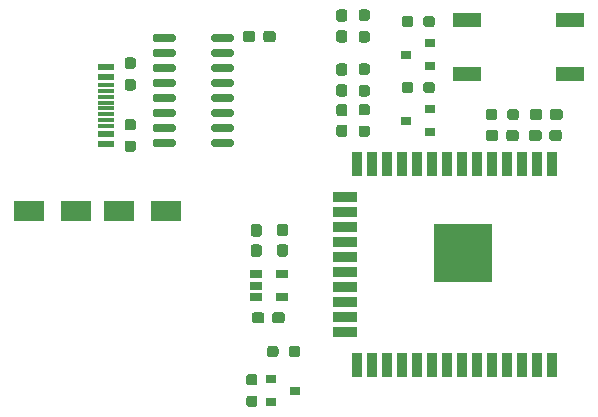
<source format=gtp>
%TF.GenerationSoftware,KiCad,Pcbnew,5.1.10-88a1d61d58~90~ubuntu20.04.1*%
%TF.CreationDate,2021-11-06T19:29:54+01:00*%
%TF.ProjectId,e-meter-usb-c,652d6d65-7465-4722-9d75-73622d632e6b,rev?*%
%TF.SameCoordinates,Original*%
%TF.FileFunction,Paste,Top*%
%TF.FilePolarity,Positive*%
%FSLAX46Y46*%
G04 Gerber Fmt 4.6, Leading zero omitted, Abs format (unit mm)*
G04 Created by KiCad (PCBNEW 5.1.10-88a1d61d58~90~ubuntu20.04.1) date 2021-11-06 19:29:54*
%MOMM*%
%LPD*%
G01*
G04 APERTURE LIST*
%ADD10R,1.060000X0.650000*%
%ADD11R,0.900000X2.000000*%
%ADD12R,2.000000X0.900000*%
%ADD13R,5.000000X5.000000*%
%ADD14R,2.350000X1.300000*%
%ADD15R,0.900000X0.800000*%
%ADD16R,1.450000X0.600000*%
%ADD17R,1.450000X0.300000*%
%ADD18R,2.500000X1.800000*%
G04 APERTURE END LIST*
%TO.C,R11*%
G36*
G01*
X137430500Y-36239000D02*
X137905500Y-36239000D01*
G75*
G02*
X138143000Y-36476500I0J-237500D01*
G01*
X138143000Y-36976500D01*
G75*
G02*
X137905500Y-37214000I-237500J0D01*
G01*
X137430500Y-37214000D01*
G75*
G02*
X137193000Y-36976500I0J237500D01*
G01*
X137193000Y-36476500D01*
G75*
G02*
X137430500Y-36239000I237500J0D01*
G01*
G37*
G36*
G01*
X137430500Y-34414000D02*
X137905500Y-34414000D01*
G75*
G02*
X138143000Y-34651500I0J-237500D01*
G01*
X138143000Y-35151500D01*
G75*
G02*
X137905500Y-35389000I-237500J0D01*
G01*
X137430500Y-35389000D01*
G75*
G02*
X137193000Y-35151500I0J237500D01*
G01*
X137193000Y-34651500D01*
G75*
G02*
X137430500Y-34414000I237500J0D01*
G01*
G37*
%TD*%
%TO.C,R10*%
G36*
G01*
X149777000Y-35543500D02*
X149777000Y-35068500D01*
G75*
G02*
X150014500Y-34831000I237500J0D01*
G01*
X150514500Y-34831000D01*
G75*
G02*
X150752000Y-35068500I0J-237500D01*
G01*
X150752000Y-35543500D01*
G75*
G02*
X150514500Y-35781000I-237500J0D01*
G01*
X150014500Y-35781000D01*
G75*
G02*
X149777000Y-35543500I0J237500D01*
G01*
G37*
G36*
G01*
X147952000Y-35543500D02*
X147952000Y-35068500D01*
G75*
G02*
X148189500Y-34831000I237500J0D01*
G01*
X148689500Y-34831000D01*
G75*
G02*
X148927000Y-35068500I0J-237500D01*
G01*
X148927000Y-35543500D01*
G75*
G02*
X148689500Y-35781000I-237500J0D01*
G01*
X148189500Y-35781000D01*
G75*
G02*
X147952000Y-35543500I0J237500D01*
G01*
G37*
%TD*%
%TO.C,R9*%
G36*
G01*
X117618500Y-37509000D02*
X118093500Y-37509000D01*
G75*
G02*
X118331000Y-37746500I0J-237500D01*
G01*
X118331000Y-38246500D01*
G75*
G02*
X118093500Y-38484000I-237500J0D01*
G01*
X117618500Y-38484000D01*
G75*
G02*
X117381000Y-38246500I0J237500D01*
G01*
X117381000Y-37746500D01*
G75*
G02*
X117618500Y-37509000I237500J0D01*
G01*
G37*
G36*
G01*
X117618500Y-35684000D02*
X118093500Y-35684000D01*
G75*
G02*
X118331000Y-35921500I0J-237500D01*
G01*
X118331000Y-36421500D01*
G75*
G02*
X118093500Y-36659000I-237500J0D01*
G01*
X117618500Y-36659000D01*
G75*
G02*
X117381000Y-36421500I0J237500D01*
G01*
X117381000Y-35921500D01*
G75*
G02*
X117618500Y-35684000I237500J0D01*
G01*
G37*
%TD*%
%TO.C,R8*%
G36*
G01*
X118093500Y-31452000D02*
X117618500Y-31452000D01*
G75*
G02*
X117381000Y-31214500I0J237500D01*
G01*
X117381000Y-30714500D01*
G75*
G02*
X117618500Y-30477000I237500J0D01*
G01*
X118093500Y-30477000D01*
G75*
G02*
X118331000Y-30714500I0J-237500D01*
G01*
X118331000Y-31214500D01*
G75*
G02*
X118093500Y-31452000I-237500J0D01*
G01*
G37*
G36*
G01*
X118093500Y-33277000D02*
X117618500Y-33277000D01*
G75*
G02*
X117381000Y-33039500I0J237500D01*
G01*
X117381000Y-32539500D01*
G75*
G02*
X117618500Y-32302000I237500J0D01*
G01*
X118093500Y-32302000D01*
G75*
G02*
X118331000Y-32539500I0J-237500D01*
G01*
X118331000Y-33039500D01*
G75*
G02*
X118093500Y-33277000I-237500J0D01*
G01*
G37*
%TD*%
%TO.C,R7*%
G36*
G01*
X137430500Y-32810000D02*
X137905500Y-32810000D01*
G75*
G02*
X138143000Y-33047500I0J-237500D01*
G01*
X138143000Y-33547500D01*
G75*
G02*
X137905500Y-33785000I-237500J0D01*
G01*
X137430500Y-33785000D01*
G75*
G02*
X137193000Y-33547500I0J237500D01*
G01*
X137193000Y-33047500D01*
G75*
G02*
X137430500Y-32810000I237500J0D01*
G01*
G37*
G36*
G01*
X137430500Y-30985000D02*
X137905500Y-30985000D01*
G75*
G02*
X138143000Y-31222500I0J-237500D01*
G01*
X138143000Y-31722500D01*
G75*
G02*
X137905500Y-31960000I-237500J0D01*
G01*
X137430500Y-31960000D01*
G75*
G02*
X137193000Y-31722500I0J237500D01*
G01*
X137193000Y-31222500D01*
G75*
G02*
X137430500Y-30985000I237500J0D01*
G01*
G37*
%TD*%
%TO.C,R6*%
G36*
G01*
X141815000Y-32782500D02*
X141815000Y-33257500D01*
G75*
G02*
X141577500Y-33495000I-237500J0D01*
G01*
X141077500Y-33495000D01*
G75*
G02*
X140840000Y-33257500I0J237500D01*
G01*
X140840000Y-32782500D01*
G75*
G02*
X141077500Y-32545000I237500J0D01*
G01*
X141577500Y-32545000D01*
G75*
G02*
X141815000Y-32782500I0J-237500D01*
G01*
G37*
G36*
G01*
X143640000Y-32782500D02*
X143640000Y-33257500D01*
G75*
G02*
X143402500Y-33495000I-237500J0D01*
G01*
X142902500Y-33495000D01*
G75*
G02*
X142665000Y-33257500I0J237500D01*
G01*
X142665000Y-32782500D01*
G75*
G02*
X142902500Y-32545000I237500J0D01*
G01*
X143402500Y-32545000D01*
G75*
G02*
X143640000Y-32782500I0J-237500D01*
G01*
G37*
%TD*%
%TO.C,R5*%
G36*
G01*
X141815000Y-27194500D02*
X141815000Y-27669500D01*
G75*
G02*
X141577500Y-27907000I-237500J0D01*
G01*
X141077500Y-27907000D01*
G75*
G02*
X140840000Y-27669500I0J237500D01*
G01*
X140840000Y-27194500D01*
G75*
G02*
X141077500Y-26957000I237500J0D01*
G01*
X141577500Y-26957000D01*
G75*
G02*
X141815000Y-27194500I0J-237500D01*
G01*
G37*
G36*
G01*
X143640000Y-27194500D02*
X143640000Y-27669500D01*
G75*
G02*
X143402500Y-27907000I-237500J0D01*
G01*
X142902500Y-27907000D01*
G75*
G02*
X142665000Y-27669500I0J237500D01*
G01*
X142665000Y-27194500D01*
G75*
G02*
X142902500Y-26957000I237500J0D01*
G01*
X143402500Y-26957000D01*
G75*
G02*
X143640000Y-27194500I0J-237500D01*
G01*
G37*
%TD*%
%TO.C,R4*%
G36*
G01*
X130408500Y-55134500D02*
X130408500Y-55609500D01*
G75*
G02*
X130171000Y-55847000I-237500J0D01*
G01*
X129671000Y-55847000D01*
G75*
G02*
X129433500Y-55609500I0J237500D01*
G01*
X129433500Y-55134500D01*
G75*
G02*
X129671000Y-54897000I237500J0D01*
G01*
X130171000Y-54897000D01*
G75*
G02*
X130408500Y-55134500I0J-237500D01*
G01*
G37*
G36*
G01*
X132233500Y-55134500D02*
X132233500Y-55609500D01*
G75*
G02*
X131996000Y-55847000I-237500J0D01*
G01*
X131496000Y-55847000D01*
G75*
G02*
X131258500Y-55609500I0J237500D01*
G01*
X131258500Y-55134500D01*
G75*
G02*
X131496000Y-54897000I237500J0D01*
G01*
X131996000Y-54897000D01*
G75*
G02*
X132233500Y-55134500I0J-237500D01*
G01*
G37*
%TD*%
%TO.C,R3*%
G36*
G01*
X137430500Y-28238000D02*
X137905500Y-28238000D01*
G75*
G02*
X138143000Y-28475500I0J-237500D01*
G01*
X138143000Y-28975500D01*
G75*
G02*
X137905500Y-29213000I-237500J0D01*
G01*
X137430500Y-29213000D01*
G75*
G02*
X137193000Y-28975500I0J237500D01*
G01*
X137193000Y-28475500D01*
G75*
G02*
X137430500Y-28238000I237500J0D01*
G01*
G37*
G36*
G01*
X137430500Y-26413000D02*
X137905500Y-26413000D01*
G75*
G02*
X138143000Y-26650500I0J-237500D01*
G01*
X138143000Y-27150500D01*
G75*
G02*
X137905500Y-27388000I-237500J0D01*
G01*
X137430500Y-27388000D01*
G75*
G02*
X137193000Y-27150500I0J237500D01*
G01*
X137193000Y-26650500D01*
G75*
G02*
X137430500Y-26413000I237500J0D01*
G01*
G37*
%TD*%
%TO.C,R2*%
G36*
G01*
X127905500Y-59099000D02*
X128380500Y-59099000D01*
G75*
G02*
X128618000Y-59336500I0J-237500D01*
G01*
X128618000Y-59836500D01*
G75*
G02*
X128380500Y-60074000I-237500J0D01*
G01*
X127905500Y-60074000D01*
G75*
G02*
X127668000Y-59836500I0J237500D01*
G01*
X127668000Y-59336500D01*
G75*
G02*
X127905500Y-59099000I237500J0D01*
G01*
G37*
G36*
G01*
X127905500Y-57274000D02*
X128380500Y-57274000D01*
G75*
G02*
X128618000Y-57511500I0J-237500D01*
G01*
X128618000Y-58011500D01*
G75*
G02*
X128380500Y-58249000I-237500J0D01*
G01*
X127905500Y-58249000D01*
G75*
G02*
X127668000Y-58011500I0J237500D01*
G01*
X127668000Y-57511500D01*
G75*
G02*
X127905500Y-57274000I237500J0D01*
G01*
G37*
%TD*%
%TO.C,D5*%
G36*
G01*
X136000500Y-35464000D02*
X135525500Y-35464000D01*
G75*
G02*
X135288000Y-35226500I0J237500D01*
G01*
X135288000Y-34651500D01*
G75*
G02*
X135525500Y-34414000I237500J0D01*
G01*
X136000500Y-34414000D01*
G75*
G02*
X136238000Y-34651500I0J-237500D01*
G01*
X136238000Y-35226500D01*
G75*
G02*
X136000500Y-35464000I-237500J0D01*
G01*
G37*
G36*
G01*
X136000500Y-37214000D02*
X135525500Y-37214000D01*
G75*
G02*
X135288000Y-36976500I0J237500D01*
G01*
X135288000Y-36401500D01*
G75*
G02*
X135525500Y-36164000I237500J0D01*
G01*
X136000500Y-36164000D01*
G75*
G02*
X136238000Y-36401500I0J-237500D01*
G01*
X136238000Y-36976500D01*
G75*
G02*
X136000500Y-37214000I-237500J0D01*
G01*
G37*
%TD*%
%TO.C,D4*%
G36*
G01*
X136000500Y-32035000D02*
X135525500Y-32035000D01*
G75*
G02*
X135288000Y-31797500I0J237500D01*
G01*
X135288000Y-31222500D01*
G75*
G02*
X135525500Y-30985000I237500J0D01*
G01*
X136000500Y-30985000D01*
G75*
G02*
X136238000Y-31222500I0J-237500D01*
G01*
X136238000Y-31797500D01*
G75*
G02*
X136000500Y-32035000I-237500J0D01*
G01*
G37*
G36*
G01*
X136000500Y-33785000D02*
X135525500Y-33785000D01*
G75*
G02*
X135288000Y-33547500I0J237500D01*
G01*
X135288000Y-32972500D01*
G75*
G02*
X135525500Y-32735000I237500J0D01*
G01*
X136000500Y-32735000D01*
G75*
G02*
X136238000Y-32972500I0J-237500D01*
G01*
X136238000Y-33547500D01*
G75*
G02*
X136000500Y-33785000I-237500J0D01*
G01*
G37*
%TD*%
%TO.C,D3*%
G36*
G01*
X136000500Y-27463000D02*
X135525500Y-27463000D01*
G75*
G02*
X135288000Y-27225500I0J237500D01*
G01*
X135288000Y-26650500D01*
G75*
G02*
X135525500Y-26413000I237500J0D01*
G01*
X136000500Y-26413000D01*
G75*
G02*
X136238000Y-26650500I0J-237500D01*
G01*
X136238000Y-27225500D01*
G75*
G02*
X136000500Y-27463000I-237500J0D01*
G01*
G37*
G36*
G01*
X136000500Y-29213000D02*
X135525500Y-29213000D01*
G75*
G02*
X135288000Y-28975500I0J237500D01*
G01*
X135288000Y-28400500D01*
G75*
G02*
X135525500Y-28163000I237500J0D01*
G01*
X136000500Y-28163000D01*
G75*
G02*
X136238000Y-28400500I0J-237500D01*
G01*
X136238000Y-28975500D01*
G75*
G02*
X136000500Y-29213000I-237500J0D01*
G01*
G37*
%TD*%
%TO.C,U4*%
G36*
G01*
X124690000Y-28979000D02*
X124690000Y-28679000D01*
G75*
G02*
X124840000Y-28529000I150000J0D01*
G01*
X126490000Y-28529000D01*
G75*
G02*
X126640000Y-28679000I0J-150000D01*
G01*
X126640000Y-28979000D01*
G75*
G02*
X126490000Y-29129000I-150000J0D01*
G01*
X124840000Y-29129000D01*
G75*
G02*
X124690000Y-28979000I0J150000D01*
G01*
G37*
G36*
G01*
X124690000Y-30249000D02*
X124690000Y-29949000D01*
G75*
G02*
X124840000Y-29799000I150000J0D01*
G01*
X126490000Y-29799000D01*
G75*
G02*
X126640000Y-29949000I0J-150000D01*
G01*
X126640000Y-30249000D01*
G75*
G02*
X126490000Y-30399000I-150000J0D01*
G01*
X124840000Y-30399000D01*
G75*
G02*
X124690000Y-30249000I0J150000D01*
G01*
G37*
G36*
G01*
X124690000Y-31519000D02*
X124690000Y-31219000D01*
G75*
G02*
X124840000Y-31069000I150000J0D01*
G01*
X126490000Y-31069000D01*
G75*
G02*
X126640000Y-31219000I0J-150000D01*
G01*
X126640000Y-31519000D01*
G75*
G02*
X126490000Y-31669000I-150000J0D01*
G01*
X124840000Y-31669000D01*
G75*
G02*
X124690000Y-31519000I0J150000D01*
G01*
G37*
G36*
G01*
X124690000Y-32789000D02*
X124690000Y-32489000D01*
G75*
G02*
X124840000Y-32339000I150000J0D01*
G01*
X126490000Y-32339000D01*
G75*
G02*
X126640000Y-32489000I0J-150000D01*
G01*
X126640000Y-32789000D01*
G75*
G02*
X126490000Y-32939000I-150000J0D01*
G01*
X124840000Y-32939000D01*
G75*
G02*
X124690000Y-32789000I0J150000D01*
G01*
G37*
G36*
G01*
X124690000Y-34059000D02*
X124690000Y-33759000D01*
G75*
G02*
X124840000Y-33609000I150000J0D01*
G01*
X126490000Y-33609000D01*
G75*
G02*
X126640000Y-33759000I0J-150000D01*
G01*
X126640000Y-34059000D01*
G75*
G02*
X126490000Y-34209000I-150000J0D01*
G01*
X124840000Y-34209000D01*
G75*
G02*
X124690000Y-34059000I0J150000D01*
G01*
G37*
G36*
G01*
X124690000Y-35329000D02*
X124690000Y-35029000D01*
G75*
G02*
X124840000Y-34879000I150000J0D01*
G01*
X126490000Y-34879000D01*
G75*
G02*
X126640000Y-35029000I0J-150000D01*
G01*
X126640000Y-35329000D01*
G75*
G02*
X126490000Y-35479000I-150000J0D01*
G01*
X124840000Y-35479000D01*
G75*
G02*
X124690000Y-35329000I0J150000D01*
G01*
G37*
G36*
G01*
X124690000Y-36599000D02*
X124690000Y-36299000D01*
G75*
G02*
X124840000Y-36149000I150000J0D01*
G01*
X126490000Y-36149000D01*
G75*
G02*
X126640000Y-36299000I0J-150000D01*
G01*
X126640000Y-36599000D01*
G75*
G02*
X126490000Y-36749000I-150000J0D01*
G01*
X124840000Y-36749000D01*
G75*
G02*
X124690000Y-36599000I0J150000D01*
G01*
G37*
G36*
G01*
X124690000Y-37869000D02*
X124690000Y-37569000D01*
G75*
G02*
X124840000Y-37419000I150000J0D01*
G01*
X126490000Y-37419000D01*
G75*
G02*
X126640000Y-37569000I0J-150000D01*
G01*
X126640000Y-37869000D01*
G75*
G02*
X126490000Y-38019000I-150000J0D01*
G01*
X124840000Y-38019000D01*
G75*
G02*
X124690000Y-37869000I0J150000D01*
G01*
G37*
G36*
G01*
X119740000Y-37869000D02*
X119740000Y-37569000D01*
G75*
G02*
X119890000Y-37419000I150000J0D01*
G01*
X121540000Y-37419000D01*
G75*
G02*
X121690000Y-37569000I0J-150000D01*
G01*
X121690000Y-37869000D01*
G75*
G02*
X121540000Y-38019000I-150000J0D01*
G01*
X119890000Y-38019000D01*
G75*
G02*
X119740000Y-37869000I0J150000D01*
G01*
G37*
G36*
G01*
X119740000Y-36599000D02*
X119740000Y-36299000D01*
G75*
G02*
X119890000Y-36149000I150000J0D01*
G01*
X121540000Y-36149000D01*
G75*
G02*
X121690000Y-36299000I0J-150000D01*
G01*
X121690000Y-36599000D01*
G75*
G02*
X121540000Y-36749000I-150000J0D01*
G01*
X119890000Y-36749000D01*
G75*
G02*
X119740000Y-36599000I0J150000D01*
G01*
G37*
G36*
G01*
X119740000Y-35329000D02*
X119740000Y-35029000D01*
G75*
G02*
X119890000Y-34879000I150000J0D01*
G01*
X121540000Y-34879000D01*
G75*
G02*
X121690000Y-35029000I0J-150000D01*
G01*
X121690000Y-35329000D01*
G75*
G02*
X121540000Y-35479000I-150000J0D01*
G01*
X119890000Y-35479000D01*
G75*
G02*
X119740000Y-35329000I0J150000D01*
G01*
G37*
G36*
G01*
X119740000Y-34059000D02*
X119740000Y-33759000D01*
G75*
G02*
X119890000Y-33609000I150000J0D01*
G01*
X121540000Y-33609000D01*
G75*
G02*
X121690000Y-33759000I0J-150000D01*
G01*
X121690000Y-34059000D01*
G75*
G02*
X121540000Y-34209000I-150000J0D01*
G01*
X119890000Y-34209000D01*
G75*
G02*
X119740000Y-34059000I0J150000D01*
G01*
G37*
G36*
G01*
X119740000Y-32789000D02*
X119740000Y-32489000D01*
G75*
G02*
X119890000Y-32339000I150000J0D01*
G01*
X121540000Y-32339000D01*
G75*
G02*
X121690000Y-32489000I0J-150000D01*
G01*
X121690000Y-32789000D01*
G75*
G02*
X121540000Y-32939000I-150000J0D01*
G01*
X119890000Y-32939000D01*
G75*
G02*
X119740000Y-32789000I0J150000D01*
G01*
G37*
G36*
G01*
X119740000Y-31519000D02*
X119740000Y-31219000D01*
G75*
G02*
X119890000Y-31069000I150000J0D01*
G01*
X121540000Y-31069000D01*
G75*
G02*
X121690000Y-31219000I0J-150000D01*
G01*
X121690000Y-31519000D01*
G75*
G02*
X121540000Y-31669000I-150000J0D01*
G01*
X119890000Y-31669000D01*
G75*
G02*
X119740000Y-31519000I0J150000D01*
G01*
G37*
G36*
G01*
X119740000Y-30249000D02*
X119740000Y-29949000D01*
G75*
G02*
X119890000Y-29799000I150000J0D01*
G01*
X121540000Y-29799000D01*
G75*
G02*
X121690000Y-29949000I0J-150000D01*
G01*
X121690000Y-30249000D01*
G75*
G02*
X121540000Y-30399000I-150000J0D01*
G01*
X119890000Y-30399000D01*
G75*
G02*
X119740000Y-30249000I0J150000D01*
G01*
G37*
G36*
G01*
X119740000Y-28979000D02*
X119740000Y-28679000D01*
G75*
G02*
X119890000Y-28529000I150000J0D01*
G01*
X121540000Y-28529000D01*
G75*
G02*
X121690000Y-28679000I0J-150000D01*
G01*
X121690000Y-28979000D01*
G75*
G02*
X121540000Y-29129000I-150000J0D01*
G01*
X119890000Y-29129000D01*
G75*
G02*
X119740000Y-28979000I0J150000D01*
G01*
G37*
%TD*%
D10*
%TO.C,U1*%
X130703500Y-48834000D03*
X130703500Y-50734000D03*
X128503500Y-50734000D03*
X128503500Y-49784000D03*
X128503500Y-48834000D03*
%TD*%
D11*
%TO.C,U2*%
X153543000Y-56506000D03*
X152273000Y-56506000D03*
X151003000Y-56506000D03*
X149733000Y-56506000D03*
X148463000Y-56506000D03*
X147193000Y-56506000D03*
X145923000Y-56506000D03*
X144653000Y-56506000D03*
X143383000Y-56506000D03*
X142113000Y-56506000D03*
X140843000Y-56506000D03*
X139573000Y-56506000D03*
X138303000Y-56506000D03*
X137033000Y-56506000D03*
D12*
X136033000Y-53721000D03*
X136033000Y-52451000D03*
X136033000Y-51181000D03*
X136033000Y-49911000D03*
X136033000Y-48641000D03*
X136033000Y-47371000D03*
X136033000Y-46101000D03*
X136033000Y-44831000D03*
X136033000Y-43561000D03*
X136033000Y-42291000D03*
D11*
X137033000Y-39506000D03*
X138303000Y-39506000D03*
X139573000Y-39506000D03*
X140843000Y-39506000D03*
X142113000Y-39506000D03*
X143383000Y-39506000D03*
X144653000Y-39506000D03*
X145923000Y-39506000D03*
X147193000Y-39506000D03*
X148463000Y-39506000D03*
X149733000Y-39506000D03*
X151003000Y-39506000D03*
X152273000Y-39506000D03*
X153543000Y-39506000D03*
D13*
X146043000Y-47006000D03*
%TD*%
D14*
%TO.C,SW1*%
X146374000Y-31841000D03*
X146374000Y-27341000D03*
X155124000Y-27341000D03*
X155124000Y-31841000D03*
%TD*%
D15*
%TO.C,Q4*%
X141240000Y-35814000D03*
X143240000Y-34864000D03*
X143240000Y-36764000D03*
%TD*%
%TO.C,Q3*%
X141240000Y-30226000D03*
X143240000Y-29276000D03*
X143240000Y-31176000D03*
%TD*%
%TO.C,Q1*%
X131810000Y-58674000D03*
X129810000Y-59624000D03*
X129810000Y-57724000D03*
%TD*%
D16*
%TO.C,J2*%
X115805000Y-37794000D03*
X115805000Y-36994000D03*
X115805000Y-32094000D03*
X115805000Y-31294000D03*
X115805000Y-31294000D03*
X115805000Y-32094000D03*
X115805000Y-36994000D03*
X115805000Y-37794000D03*
D17*
X115805000Y-32794000D03*
X115805000Y-33294000D03*
X115805000Y-33794000D03*
X115805000Y-34794000D03*
X115805000Y-35294000D03*
X115805000Y-35794000D03*
X115805000Y-36294000D03*
X115805000Y-34294000D03*
%TD*%
D18*
%TO.C,D2*%
X109284000Y-43434000D03*
X113284000Y-43434000D03*
%TD*%
%TO.C,D1*%
X116872000Y-43434000D03*
X120872000Y-43434000D03*
%TD*%
%TO.C,C7*%
G36*
G01*
X149027000Y-36846500D02*
X149027000Y-37321500D01*
G75*
G02*
X148789500Y-37559000I-237500J0D01*
G01*
X148189500Y-37559000D01*
G75*
G02*
X147952000Y-37321500I0J237500D01*
G01*
X147952000Y-36846500D01*
G75*
G02*
X148189500Y-36609000I237500J0D01*
G01*
X148789500Y-36609000D01*
G75*
G02*
X149027000Y-36846500I0J-237500D01*
G01*
G37*
G36*
G01*
X150752000Y-36846500D02*
X150752000Y-37321500D01*
G75*
G02*
X150514500Y-37559000I-237500J0D01*
G01*
X149914500Y-37559000D01*
G75*
G02*
X149677000Y-37321500I0J237500D01*
G01*
X149677000Y-36846500D01*
G75*
G02*
X149914500Y-36609000I237500J0D01*
G01*
X150514500Y-36609000D01*
G75*
G02*
X150752000Y-36846500I0J-237500D01*
G01*
G37*
%TD*%
%TO.C,C6*%
G36*
G01*
X128453000Y-28464500D02*
X128453000Y-28939500D01*
G75*
G02*
X128215500Y-29177000I-237500J0D01*
G01*
X127615500Y-29177000D01*
G75*
G02*
X127378000Y-28939500I0J237500D01*
G01*
X127378000Y-28464500D01*
G75*
G02*
X127615500Y-28227000I237500J0D01*
G01*
X128215500Y-28227000D01*
G75*
G02*
X128453000Y-28464500I0J-237500D01*
G01*
G37*
G36*
G01*
X130178000Y-28464500D02*
X130178000Y-28939500D01*
G75*
G02*
X129940500Y-29177000I-237500J0D01*
G01*
X129340500Y-29177000D01*
G75*
G02*
X129103000Y-28939500I0J237500D01*
G01*
X129103000Y-28464500D01*
G75*
G02*
X129340500Y-28227000I237500J0D01*
G01*
X129940500Y-28227000D01*
G75*
G02*
X130178000Y-28464500I0J-237500D01*
G01*
G37*
%TD*%
%TO.C,C5*%
G36*
G01*
X153386500Y-35543500D02*
X153386500Y-35068500D01*
G75*
G02*
X153624000Y-34831000I237500J0D01*
G01*
X154224000Y-34831000D01*
G75*
G02*
X154461500Y-35068500I0J-237500D01*
G01*
X154461500Y-35543500D01*
G75*
G02*
X154224000Y-35781000I-237500J0D01*
G01*
X153624000Y-35781000D01*
G75*
G02*
X153386500Y-35543500I0J237500D01*
G01*
G37*
G36*
G01*
X151661500Y-35543500D02*
X151661500Y-35068500D01*
G75*
G02*
X151899000Y-34831000I237500J0D01*
G01*
X152499000Y-34831000D01*
G75*
G02*
X152736500Y-35068500I0J-237500D01*
G01*
X152736500Y-35543500D01*
G75*
G02*
X152499000Y-35781000I-237500J0D01*
G01*
X151899000Y-35781000D01*
G75*
G02*
X151661500Y-35543500I0J237500D01*
G01*
G37*
%TD*%
%TO.C,C4*%
G36*
G01*
X153333500Y-37321500D02*
X153333500Y-36846500D01*
G75*
G02*
X153571000Y-36609000I237500J0D01*
G01*
X154171000Y-36609000D01*
G75*
G02*
X154408500Y-36846500I0J-237500D01*
G01*
X154408500Y-37321500D01*
G75*
G02*
X154171000Y-37559000I-237500J0D01*
G01*
X153571000Y-37559000D01*
G75*
G02*
X153333500Y-37321500I0J237500D01*
G01*
G37*
G36*
G01*
X151608500Y-37321500D02*
X151608500Y-36846500D01*
G75*
G02*
X151846000Y-36609000I237500J0D01*
G01*
X152446000Y-36609000D01*
G75*
G02*
X152683500Y-36846500I0J-237500D01*
G01*
X152683500Y-37321500D01*
G75*
G02*
X152446000Y-37559000I-237500J0D01*
G01*
X151846000Y-37559000D01*
G75*
G02*
X151608500Y-37321500I0J237500D01*
G01*
G37*
%TD*%
%TO.C,C3*%
G36*
G01*
X130984000Y-45622500D02*
X130509000Y-45622500D01*
G75*
G02*
X130271500Y-45385000I0J237500D01*
G01*
X130271500Y-44785000D01*
G75*
G02*
X130509000Y-44547500I237500J0D01*
G01*
X130984000Y-44547500D01*
G75*
G02*
X131221500Y-44785000I0J-237500D01*
G01*
X131221500Y-45385000D01*
G75*
G02*
X130984000Y-45622500I-237500J0D01*
G01*
G37*
G36*
G01*
X130984000Y-47347500D02*
X130509000Y-47347500D01*
G75*
G02*
X130271500Y-47110000I0J237500D01*
G01*
X130271500Y-46510000D01*
G75*
G02*
X130509000Y-46272500I237500J0D01*
G01*
X130984000Y-46272500D01*
G75*
G02*
X131221500Y-46510000I0J-237500D01*
G01*
X131221500Y-47110000D01*
G75*
G02*
X130984000Y-47347500I-237500J0D01*
G01*
G37*
%TD*%
%TO.C,C2*%
G36*
G01*
X129215000Y-52277000D02*
X129215000Y-52752000D01*
G75*
G02*
X128977500Y-52989500I-237500J0D01*
G01*
X128377500Y-52989500D01*
G75*
G02*
X128140000Y-52752000I0J237500D01*
G01*
X128140000Y-52277000D01*
G75*
G02*
X128377500Y-52039500I237500J0D01*
G01*
X128977500Y-52039500D01*
G75*
G02*
X129215000Y-52277000I0J-237500D01*
G01*
G37*
G36*
G01*
X130940000Y-52277000D02*
X130940000Y-52752000D01*
G75*
G02*
X130702500Y-52989500I-237500J0D01*
G01*
X130102500Y-52989500D01*
G75*
G02*
X129865000Y-52752000I0J237500D01*
G01*
X129865000Y-52277000D01*
G75*
G02*
X130102500Y-52039500I237500J0D01*
G01*
X130702500Y-52039500D01*
G75*
G02*
X130940000Y-52277000I0J-237500D01*
G01*
G37*
%TD*%
%TO.C,C1*%
G36*
G01*
X128761500Y-45649000D02*
X128286500Y-45649000D01*
G75*
G02*
X128049000Y-45411500I0J237500D01*
G01*
X128049000Y-44811500D01*
G75*
G02*
X128286500Y-44574000I237500J0D01*
G01*
X128761500Y-44574000D01*
G75*
G02*
X128999000Y-44811500I0J-237500D01*
G01*
X128999000Y-45411500D01*
G75*
G02*
X128761500Y-45649000I-237500J0D01*
G01*
G37*
G36*
G01*
X128761500Y-47374000D02*
X128286500Y-47374000D01*
G75*
G02*
X128049000Y-47136500I0J237500D01*
G01*
X128049000Y-46536500D01*
G75*
G02*
X128286500Y-46299000I237500J0D01*
G01*
X128761500Y-46299000D01*
G75*
G02*
X128999000Y-46536500I0J-237500D01*
G01*
X128999000Y-47136500D01*
G75*
G02*
X128761500Y-47374000I-237500J0D01*
G01*
G37*
%TD*%
M02*

</source>
